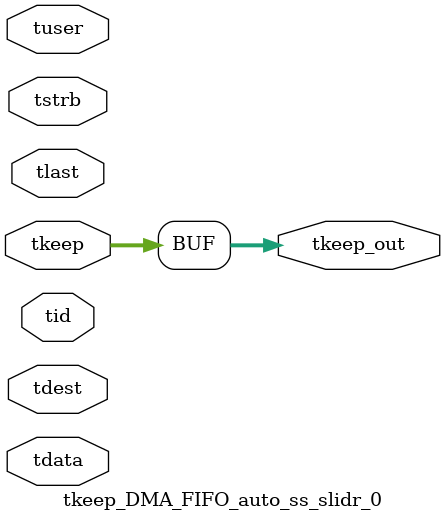
<source format=v>


`timescale 1ps/1ps

module tkeep_DMA_FIFO_auto_ss_slidr_0 #
(
parameter C_S_AXIS_TDATA_WIDTH = 32,
parameter C_S_AXIS_TUSER_WIDTH = 0,
parameter C_S_AXIS_TID_WIDTH   = 0,
parameter C_S_AXIS_TDEST_WIDTH = 0,
parameter C_M_AXIS_TDATA_WIDTH = 32
)
(
input  [(C_S_AXIS_TDATA_WIDTH == 0 ? 1 : C_S_AXIS_TDATA_WIDTH)-1:0     ] tdata,
input  [(C_S_AXIS_TUSER_WIDTH == 0 ? 1 : C_S_AXIS_TUSER_WIDTH)-1:0     ] tuser,
input  [(C_S_AXIS_TID_WIDTH   == 0 ? 1 : C_S_AXIS_TID_WIDTH)-1:0       ] tid,
input  [(C_S_AXIS_TDEST_WIDTH == 0 ? 1 : C_S_AXIS_TDEST_WIDTH)-1:0     ] tdest,
input  [(C_S_AXIS_TDATA_WIDTH/8)-1:0 ] tkeep,
input  [(C_S_AXIS_TDATA_WIDTH/8)-1:0 ] tstrb,
input                                                                    tlast,
output [(C_M_AXIS_TDATA_WIDTH/8)-1:0 ] tkeep_out
);

assign tkeep_out = {tkeep[3:0]};

endmodule


</source>
